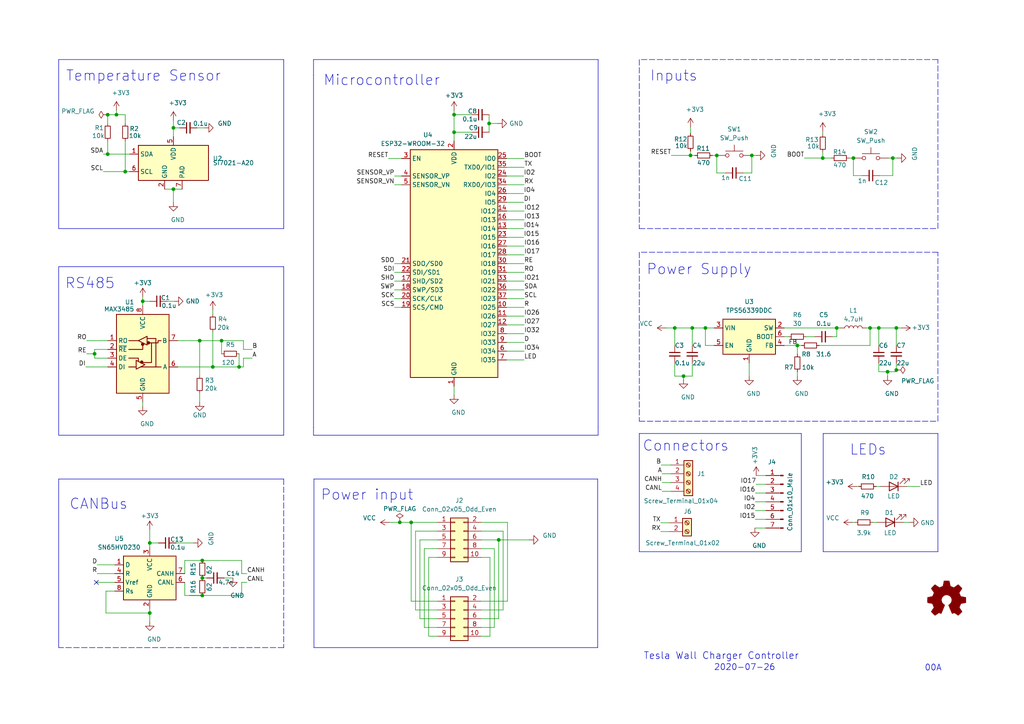
<source format=kicad_sch>
(kicad_sch (version 20200714) (host eeschema "(5.99.0-2318-gf1aa7e523)")
  (page 1 1)
  (paper "A4")
  (junction (at 27.432 102.616))
  (junction (at 31.242 33.274))
  (junction (at 31.242 44.704))
  (junction (at 33.782 33.274))
  (junction (at 36.322 49.784))
  (junction (at 41.402 87.376))
  (junction (at 43.434 157.48))
  (junction (at 43.434 177.8))
  (junction (at 50.292 37.084))
  (junction (at 50.292 54.864))
  (junction (at 57.912 98.806))
  (junction (at 58.674 162.56))
  (junction (at 58.674 167.64))
  (junction (at 58.674 172.72))
  (junction (at 61.722 106.426))
  (junction (at 64.262 98.806))
  (junction (at 69.342 106.426))
  (junction (at 115.951 151.511))
  (junction (at 119.253 151.511))
  (junction (at 131.699 33.274))
  (junction (at 131.699 38.354))
  (junction (at 141.859 35.814))
  (junction (at 144.653 156.591))
  (junction (at 195.707 95.123))
  (junction (at 198.247 109.093))
  (junction (at 200.279 45.085))
  (junction (at 200.787 95.123))
  (junction (at 204.597 95.123))
  (junction (at 207.899 45.085))
  (junction (at 218.059 45.085))
  (junction (at 231.267 100.203))
  (junction (at 238.633 45.847))
  (junction (at 242.697 95.123))
  (junction (at 247.523 45.847))
  (junction (at 252.349 95.123))
  (junction (at 254.889 95.123))
  (junction (at 257.429 107.823))
  (junction (at 258.953 45.847))
  (junction (at 259.969 95.123))
  (junction (at 259.969 107.315))
  (no_connect (at 27.94 168.91))
  (wire (pts (xy 24.892 106.426) (xy 31.242 106.426)))
  (wire (pts (xy 25.146 98.806) (xy 31.242 98.806)))
  (wire (pts (xy 25.146 102.616) (xy 27.432 102.616)))
  (wire (pts (xy 27.432 101.346) (xy 31.242 101.346)))
  (wire (pts (xy 27.432 102.616) (xy 27.432 101.346)))
  (wire (pts (xy 27.432 102.616) (xy 27.432 103.886)))
  (wire (pts (xy 27.432 103.886) (xy 31.242 103.886)))
  (wire (pts (xy 27.94 168.91) (xy 33.274 168.91)))
  (wire (pts (xy 28.194 163.83) (xy 33.274 163.83)))
  (wire (pts (xy 28.194 166.37) (xy 33.274 166.37)))
  (wire (pts (xy 29.972 44.704) (xy 31.242 44.704)))
  (wire (pts (xy 29.972 49.784) (xy 36.322 49.784)))
  (wire (pts (xy 30.734 171.45) (xy 30.734 177.8)))
  (wire (pts (xy 30.734 171.45) (xy 33.274 171.45)))
  (wire (pts (xy 30.734 177.8) (xy 43.434 177.8)))
  (wire (pts (xy 31.242 33.274) (xy 31.242 35.814)))
  (wire (pts (xy 31.242 33.274) (xy 33.782 33.274)))
  (wire (pts (xy 31.242 40.894) (xy 31.242 44.704)))
  (wire (pts (xy 31.242 44.704) (xy 37.592 44.704)))
  (wire (pts (xy 33.782 32.004) (xy 33.782 33.274)))
  (wire (pts (xy 33.782 33.274) (xy 36.322 33.274)))
  (wire (pts (xy 36.322 33.274) (xy 36.322 35.814)))
  (wire (pts (xy 36.322 40.894) (xy 36.322 49.784)))
  (wire (pts (xy 36.322 49.784) (xy 37.592 49.784)))
  (wire (pts (xy 41.402 86.106) (xy 41.402 87.376)))
  (wire (pts (xy 41.402 87.376) (xy 41.402 88.646)))
  (wire (pts (xy 41.402 87.376) (xy 43.434 87.376)))
  (wire (pts (xy 41.402 117.856) (xy 41.402 116.586)))
  (wire (pts (xy 43.434 153.67) (xy 43.434 157.48)))
  (wire (pts (xy 43.434 157.48) (xy 43.434 158.75)))
  (wire (pts (xy 43.434 157.48) (xy 45.974 157.48)))
  (wire (pts (xy 43.434 176.53) (xy 43.434 177.8)))
  (wire (pts (xy 43.434 177.8) (xy 43.434 180.34)))
  (wire (pts (xy 47.752 54.864) (xy 50.292 54.864)))
  (wire (pts (xy 48.514 87.376) (xy 50.546 87.376)))
  (wire (pts (xy 50.292 34.925) (xy 50.292 37.084)))
  (wire (pts (xy 50.292 37.084) (xy 50.292 39.624)))
  (wire (pts (xy 50.292 37.084) (xy 52.07 37.084)))
  (wire (pts (xy 50.292 54.864) (xy 50.292 58.674)))
  (wire (pts (xy 50.292 54.864) (xy 52.832 54.864)))
  (wire (pts (xy 51.054 157.48) (xy 56.134 157.48)))
  (wire (pts (xy 51.562 106.426) (xy 61.722 106.426)))
  (wire (pts (xy 53.594 162.56) (xy 58.674 162.56)))
  (wire (pts (xy 53.594 166.37) (xy 53.594 162.56)))
  (wire (pts (xy 53.594 168.91) (xy 53.594 172.72)))
  (wire (pts (xy 53.594 172.72) (xy 58.674 172.72)))
  (wire (pts (xy 54.864 172.72) (xy 58.674 172.72)))
  (wire (pts (xy 57.15 37.084) (xy 59.309 37.084)))
  (wire (pts (xy 57.912 98.806) (xy 51.562 98.806)))
  (wire (pts (xy 57.912 98.806) (xy 57.912 108.966)))
  (wire (pts (xy 57.912 98.806) (xy 64.262 98.806)))
  (wire (pts (xy 57.912 114.046) (xy 57.912 116.586)))
  (wire (pts (xy 58.674 162.56) (xy 70.104 162.56)))
  (wire (pts (xy 58.674 167.64) (xy 59.944 167.64)))
  (wire (pts (xy 58.674 172.72) (xy 70.104 172.72)))
  (wire (pts (xy 61.722 89.916) (xy 61.722 91.186)))
  (wire (pts (xy 61.722 96.266) (xy 61.722 106.426)))
  (wire (pts (xy 61.722 106.426) (xy 69.342 106.426)))
  (wire (pts (xy 64.262 98.806) (xy 64.262 102.616)))
  (wire (pts (xy 65.024 167.64) (xy 67.564 167.64)))
  (wire (pts (xy 69.342 102.616) (xy 69.342 106.426)))
  (wire (pts (xy 69.342 106.426) (xy 70.612 106.426)))
  (wire (pts (xy 70.104 162.56) (xy 70.104 166.37)))
  (wire (pts (xy 70.104 166.37) (xy 71.628 166.37)))
  (wire (pts (xy 70.104 168.91) (xy 71.628 168.91)))
  (wire (pts (xy 70.104 172.72) (xy 70.104 168.91)))
  (wire (pts (xy 70.612 98.806) (xy 64.262 98.806)))
  (wire (pts (xy 70.612 101.346) (xy 70.612 98.806)))
  (wire (pts (xy 70.612 101.346) (xy 73.152 101.346)))
  (wire (pts (xy 70.612 103.886) (xy 70.612 106.426)))
  (wire (pts (xy 70.612 103.886) (xy 73.152 103.886)))
  (wire (pts (xy 112.649 45.974) (xy 116.459 45.974)))
  (wire (pts (xy 112.903 151.511) (xy 115.951 151.511)))
  (wire (pts (xy 114.427 51.054) (xy 116.459 51.054)))
  (wire (pts (xy 114.427 53.594) (xy 116.459 53.594)))
  (wire (pts (xy 114.427 76.454) (xy 116.459 76.454)))
  (wire (pts (xy 114.427 78.994) (xy 116.459 78.994)))
  (wire (pts (xy 114.427 81.534) (xy 116.459 81.534)))
  (wire (pts (xy 114.427 84.074) (xy 116.459 84.074)))
  (wire (pts (xy 114.427 86.614) (xy 116.459 86.614)))
  (wire (pts (xy 114.427 89.154) (xy 116.459 89.154)))
  (wire (pts (xy 115.951 151.511) (xy 119.253 151.511)))
  (wire (pts (xy 119.253 151.511) (xy 119.253 174.371)))
  (wire (pts (xy 119.253 151.511) (xy 126.873 151.511)))
  (wire (pts (xy 119.253 174.371) (xy 126.873 174.371)))
  (wire (pts (xy 120.523 154.051) (xy 120.523 176.911)))
  (wire (pts (xy 120.523 176.911) (xy 126.873 176.911)))
  (wire (pts (xy 121.793 156.591) (xy 121.793 179.451)))
  (wire (pts (xy 121.793 179.451) (xy 126.873 179.451)))
  (wire (pts (xy 123.063 159.131) (xy 123.063 181.991)))
  (wire (pts (xy 123.063 181.991) (xy 126.873 181.991)))
  (wire (pts (xy 124.333 161.671) (xy 124.333 184.531)))
  (wire (pts (xy 124.333 184.531) (xy 126.873 184.531)))
  (wire (pts (xy 126.873 154.051) (xy 120.523 154.051)))
  (wire (pts (xy 126.873 156.591) (xy 121.793 156.591)))
  (wire (pts (xy 126.873 159.131) (xy 123.063 159.131)))
  (wire (pts (xy 126.873 161.671) (xy 124.333 161.671)))
  (wire (pts (xy 131.699 32.004) (xy 131.699 33.274)))
  (wire (pts (xy 131.699 33.274) (xy 131.699 38.354)))
  (wire (pts (xy 131.699 33.274) (xy 136.779 33.274)))
  (wire (pts (xy 131.699 38.354) (xy 131.699 40.894)))
  (wire (pts (xy 131.699 38.354) (xy 136.779 38.354)))
  (wire (pts (xy 131.699 112.014) (xy 131.699 114.554)))
  (wire (pts (xy 139.573 151.511) (xy 147.193 151.511)))
  (wire (pts (xy 139.573 154.051) (xy 145.923 154.051)))
  (wire (pts (xy 139.573 156.591) (xy 144.653 156.591)))
  (wire (pts (xy 139.573 159.131) (xy 143.383 159.131)))
  (wire (pts (xy 139.573 161.671) (xy 142.113 161.671)))
  (wire (pts (xy 139.573 174.371) (xy 147.193 174.371)))
  (wire (pts (xy 139.573 176.911) (xy 145.923 176.911)))
  (wire (pts (xy 139.573 179.451) (xy 144.653 179.451)))
  (wire (pts (xy 139.573 181.991) (xy 143.383 181.991)))
  (wire (pts (xy 139.573 184.531) (xy 142.113 184.531)))
  (wire (pts (xy 141.859 33.274) (xy 141.859 35.814)))
  (wire (pts (xy 141.859 35.814) (xy 141.859 38.354)))
  (wire (pts (xy 141.859 35.814) (xy 144.399 35.814)))
  (wire (pts (xy 142.113 184.531) (xy 142.113 161.671)))
  (wire (pts (xy 143.383 181.991) (xy 143.383 159.131)))
  (wire (pts (xy 144.653 156.591) (xy 153.543 156.591)))
  (wire (pts (xy 144.653 179.451) (xy 144.653 156.591)))
  (wire (pts (xy 145.923 176.911) (xy 145.923 154.051)))
  (wire (pts (xy 146.939 45.974) (xy 152.019 45.974)))
  (wire (pts (xy 146.939 48.514) (xy 152.019 48.514)))
  (wire (pts (xy 146.939 51.054) (xy 151.892 51.054)))
  (wire (pts (xy 146.939 53.594) (xy 152.019 53.594)))
  (wire (pts (xy 146.939 56.134) (xy 151.892 56.134)))
  (wire (pts (xy 146.939 58.674) (xy 151.892 58.674)))
  (wire (pts (xy 146.939 61.214) (xy 152.019 61.214)))
  (wire (pts (xy 146.939 63.754) (xy 152.019 63.754)))
  (wire (pts (xy 146.939 66.294) (xy 151.892 66.294)))
  (wire (pts (xy 146.939 68.834) (xy 151.892 68.834)))
  (wire (pts (xy 146.939 71.374) (xy 152.019 71.374)))
  (wire (pts (xy 146.939 73.914) (xy 152.019 73.914)))
  (wire (pts (xy 146.939 76.454) (xy 152.019 76.454)))
  (wire (pts (xy 146.939 78.994) (xy 152.019 78.994)))
  (wire (pts (xy 146.939 81.534) (xy 152.019 81.534)))
  (wire (pts (xy 146.939 84.074) (xy 152.019 84.074)))
  (wire (pts (xy 146.939 86.614) (xy 152.019 86.614)))
  (wire (pts (xy 146.939 89.154) (xy 152.019 89.154)))
  (wire (pts (xy 146.939 91.694) (xy 152.019 91.694)))
  (wire (pts (xy 146.939 94.234) (xy 152.019 94.234)))
  (wire (pts (xy 146.939 96.774) (xy 152.019 96.774)))
  (wire (pts (xy 146.939 99.314) (xy 152.019 99.314)))
  (wire (pts (xy 146.939 101.854) (xy 152.019 101.854)))
  (wire (pts (xy 146.939 104.394) (xy 152.019 104.394)))
  (wire (pts (xy 147.193 151.511) (xy 147.193 174.371)))
  (wire (pts (xy 191.643 151.638) (xy 194.183 151.638)))
  (wire (pts (xy 191.643 154.178) (xy 194.183 154.178)))
  (wire (pts (xy 191.77 134.874) (xy 194.564 134.874)))
  (wire (pts (xy 192.024 137.414) (xy 194.564 137.414)))
  (wire (pts (xy 192.024 139.954) (xy 194.564 139.954)))
  (wire (pts (xy 192.024 142.494) (xy 194.564 142.494)))
  (wire (pts (xy 194.691 45.085) (xy 200.279 45.085)))
  (wire (pts (xy 195.707 95.123) (xy 193.167 95.123)))
  (wire (pts (xy 195.707 95.123) (xy 195.707 100.203)))
  (wire (pts (xy 195.707 95.123) (xy 200.787 95.123)))
  (wire (pts (xy 195.707 105.283) (xy 195.707 109.093)))
  (wire (pts (xy 195.707 109.093) (xy 198.247 109.093)))
  (wire (pts (xy 198.247 109.093) (xy 198.247 110.109)))
  (wire (pts (xy 200.279 36.83) (xy 200.279 38.735)))
  (wire (pts (xy 200.279 43.815) (xy 200.279 45.085)))
  (wire (pts (xy 200.279 45.085) (xy 201.549 45.085)))
  (wire (pts (xy 200.787 95.123) (xy 200.787 100.203)))
  (wire (pts (xy 200.787 95.123) (xy 204.597 95.123)))
  (wire (pts (xy 200.787 109.093) (xy 198.247 109.093)))
  (wire (pts (xy 200.787 109.093) (xy 200.787 105.283)))
  (wire (pts (xy 204.597 95.123) (xy 204.597 100.203)))
  (wire (pts (xy 204.597 95.123) (xy 207.137 95.123)))
  (wire (pts (xy 204.597 100.203) (xy 207.137 100.203)))
  (wire (pts (xy 207.899 45.085) (xy 206.629 45.085)))
  (wire (pts (xy 207.899 45.085) (xy 207.899 50.165)))
  (wire (pts (xy 207.899 50.165) (xy 210.439 50.165)))
  (wire (pts (xy 215.519 50.165) (xy 218.059 50.165)))
  (wire (pts (xy 217.297 105.283) (xy 217.297 109.093)))
  (wire (pts (xy 218.059 45.085) (xy 219.329 45.085)))
  (wire (pts (xy 218.059 50.165) (xy 218.059 45.085)))
  (wire (pts (xy 218.948 153.162) (xy 222.123 153.162)))
  (wire (pts (xy 219.075 143.002) (xy 222.123 143.002)))
  (wire (pts (xy 219.075 145.542) (xy 222.123 145.542)))
  (wire (pts (xy 219.075 148.082) (xy 222.123 148.082)))
  (wire (pts (xy 219.075 150.622) (xy 222.123 150.622)))
  (wire (pts (xy 219.329 137.922) (xy 222.123 137.922)))
  (wire (pts (xy 219.329 140.462) (xy 222.123 140.462)))
  (wire (pts (xy 227.457 95.123) (xy 242.697 95.123)))
  (wire (pts (xy 227.457 97.663) (xy 228.727 97.663)))
  (wire (pts (xy 227.457 100.203) (xy 231.267 100.203)))
  (wire (pts (xy 231.267 100.203) (xy 231.267 102.743)))
  (wire (pts (xy 231.267 100.203) (xy 232.537 100.203)))
  (wire (pts (xy 231.267 107.823) (xy 231.267 109.093)))
  (wire (pts (xy 233.299 45.847) (xy 238.633 45.847)))
  (wire (pts (xy 233.807 97.663) (xy 236.347 97.663)))
  (wire (pts (xy 237.617 100.203) (xy 252.349 100.203)))
  (wire (pts (xy 238.633 38.1) (xy 238.633 38.989)))
  (wire (pts (xy 238.633 44.069) (xy 238.633 45.847)))
  (wire (pts (xy 238.633 45.847) (xy 241.173 45.847)))
  (wire (pts (xy 241.427 97.663) (xy 242.697 97.663)))
  (wire (pts (xy 242.697 95.123) (xy 242.697 97.663)))
  (wire (pts (xy 242.697 95.123) (xy 243.713 95.123)))
  (wire (pts (xy 247.269 151.511) (xy 248.031 151.511)))
  (wire (pts (xy 247.523 45.847) (xy 246.253 45.847)))
  (wire (pts (xy 247.523 45.847) (xy 247.523 50.927)))
  (wire (pts (xy 247.523 50.927) (xy 250.063 50.927)))
  (wire (pts (xy 248.539 141.097) (xy 249.047 141.097)))
  (wire (pts (xy 251.333 95.123) (xy 252.349 95.123)))
  (wire (pts (xy 252.349 95.123) (xy 254.889 95.123)))
  (wire (pts (xy 252.349 100.203) (xy 252.349 95.123)))
  (wire (pts (xy 253.111 151.511) (xy 254.381 151.511)))
  (wire (pts (xy 254.127 141.097) (xy 255.397 141.097)))
  (wire (pts (xy 254.889 95.123) (xy 254.889 100.203)))
  (wire (pts (xy 254.889 95.123) (xy 259.969 95.123)))
  (wire (pts (xy 254.889 105.283) (xy 254.889 107.823)))
  (wire (pts (xy 254.889 107.823) (xy 257.429 107.823)))
  (wire (pts (xy 255.143 50.927) (xy 258.953 50.927)))
  (wire (pts (xy 257.429 107.823) (xy 257.429 109.093)))
  (wire (pts (xy 257.429 107.823) (xy 259.969 107.823)))
  (wire (pts (xy 257.683 45.847) (xy 258.953 45.847)))
  (wire (pts (xy 258.953 45.847) (xy 260.223 45.847)))
  (wire (pts (xy 258.953 50.927) (xy 258.953 45.847)))
  (wire (pts (xy 259.969 95.123) (xy 259.969 100.203)))
  (wire (pts (xy 259.969 95.123) (xy 261.493 95.123)))
  (wire (pts (xy 259.969 105.283) (xy 259.969 107.315)))
  (wire (pts (xy 259.969 107.315) (xy 259.969 107.823)))
  (wire (pts (xy 262.001 151.511) (xy 263.779 151.511)))
  (wire (pts (xy 263.017 141.097) (xy 266.827 141.097)))
  (polyline (pts (xy 17.018 17.272) (xy 17.018 66.294)) (stroke (width 0) (type solid)))
  (polyline (pts (xy 17.018 66.294) (xy 82.296 66.294)) (stroke (width 0) (type solid)))
  (polyline (pts (xy 17.018 77.343) (xy 17.018 126.238)) (stroke (width 0) (type solid)))
  (polyline (pts (xy 17.018 77.343) (xy 82.296 77.343)) (stroke (width 0) (type solid)))
  (polyline (pts (xy 17.018 138.938) (xy 82.296 138.938)) (stroke (width 0) (type solid)))
  (polyline (pts (xy 17.018 187.833) (xy 17.018 138.938)) (stroke (width 0) (type solid)))
  (polyline (pts (xy 82.296 17.272) (xy 17.018 17.272)) (stroke (width 0) (type solid)))
  (polyline (pts (xy 82.296 66.294) (xy 82.296 17.272)) (stroke (width 0) (type solid)))
  (polyline (pts (xy 82.296 77.343) (xy 82.296 126.238)) (stroke (width 0) (type solid)))
  (polyline (pts (xy 82.296 126.238) (xy 17.018 126.238)) (stroke (width 0) (type solid)))
  (polyline (pts (xy 82.296 138.938) (xy 82.296 187.833)) (stroke (width 0.152) (type dash)))
  (polyline (pts (xy 82.296 187.833) (xy 17.018 187.833)) (stroke (width 0.152) (type dash)))
  (polyline (pts (xy 90.932 17.272) (xy 90.932 21.844)) (stroke (width 0) (type solid)))
  (polyline (pts (xy 90.932 17.272) (xy 173.482 17.272)) (stroke (width 0) (type solid)))
  (polyline (pts (xy 90.932 123.952) (xy 90.932 21.844)) (stroke (width 0) (type solid)))
  (polyline (pts (xy 90.932 126.238) (xy 90.932 123.952)) (stroke (width 0) (type solid)))
  (polyline (pts (xy 90.932 126.238) (xy 173.482 126.238)) (stroke (width 0) (type solid)))
  (polyline (pts (xy 91.059 138.938) (xy 91.059 187.833)) (stroke (width 0) (type solid)))
  (polyline (pts (xy 91.059 138.938) (xy 173.355 138.938)) (stroke (width 0) (type solid)))
  (polyline (pts (xy 173.355 138.938) (xy 173.355 187.833)) (stroke (width 0) (type solid)))
  (polyline (pts (xy 173.355 187.833) (xy 91.059 187.833)) (stroke (width 0.152) (type solid)))
  (polyline (pts (xy 173.482 17.272) (xy 173.482 123.952)) (stroke (width 0) (type solid)))
  (polyline (pts (xy 173.482 126.238) (xy 173.482 123.952)) (stroke (width 0) (type solid)))
  (polyline (pts (xy 185.42 17.272) (xy 185.42 66.294)) (stroke (width 0.152) (type dash)))
  (polyline (pts (xy 185.42 66.294) (xy 272.034 66.294)) (stroke (width 0.152) (type dash)))
  (polyline (pts (xy 185.42 73.152) (xy 185.42 122.174)) (stroke (width 0.152) (type dash)))
  (polyline (pts (xy 185.42 122.174) (xy 272.034 122.174)) (stroke (width 0.152) (type dash)))
  (polyline (pts (xy 185.42 125.73) (xy 185.42 160.02)) (stroke (width 0) (type solid)))
  (polyline (pts (xy 185.42 125.73) (xy 232.41 125.73)) (stroke (width 0) (type solid)))
  (polyline (pts (xy 185.42 160.02) (xy 232.41 160.02)) (stroke (width 0) (type solid)))
  (polyline (pts (xy 232.41 160.02) (xy 232.41 125.73)) (stroke (width 0) (type solid)))
  (polyline (pts (xy 238.76 125.73) (xy 238.76 160.02)) (stroke (width 0) (type solid)))
  (polyline (pts (xy 238.76 125.73) (xy 272.034 125.73)) (stroke (width 0) (type solid)))
  (polyline (pts (xy 238.76 160.02) (xy 272.034 160.02)) (stroke (width 0) (type solid)))
  (polyline (pts (xy 272.034 17.272) (xy 185.42 17.272)) (stroke (width 0.152) (type dash)))
  (polyline (pts (xy 272.034 66.294) (xy 272.034 17.272)) (stroke (width 0.152) (type dash)))
  (polyline (pts (xy 272.034 73.152) (xy 185.42 73.152)) (stroke (width 0.152) (type dash)))
  (polyline (pts (xy 272.034 122.174) (xy 272.034 73.152)) (stroke (width 0.152) (type dash)))
  (polyline (pts (xy 272.034 160.02) (xy 272.034 125.73)) (stroke (width 0) (type solid)))
  (text "RS485" (at 18.796 84.074 0) (effects (font (size 2.9972 2.9972)) (justify left bottom)))
  (text "Temperature Sensor" (at 19.05 23.876 0) (effects (font (size 2.997 2.997)) (justify left bottom)))
  (text "CANBus" (at 20.066 148.082 0) (effects (font (size 2.997 2.997)) (justify left bottom)))
  (text "Power input" (at 92.964 145.415 0) (effects (font (size 2.997 2.997)) (justify left bottom)))
  (text "Microcontroller" (at 93.726 25.146 0) (effects (font (size 2.997 2.997)) (justify left bottom)))
  (text "Connectors" (at 186.309 131.191 0) (effects (font (size 2.997 2.997)) (justify left bottom)))
  (text "Power Supply" (at 187.452 80.01 0) (effects (font (size 2.997 2.997)) (justify left bottom)))
  (text "Inputs" (at 188.468 23.876 0) (effects (font (size 2.997 2.997)) (justify left bottom)))
  (text "2020-07-26" (at 224.917 194.691 180) (effects (font (size 1.75 1.75)) (justify right bottom)))
  (text "Tesla Wall Charger Controller" (at 231.775 191.516 180) (effects (font (size 2 2)) (justify right bottom)))
  (text "LEDs" (at 246.38 132.334 0) (effects (font (size 2.997 2.997)) (justify left bottom)))
  (text "00A" (at 273.177 194.818 180) (effects (font (size 1.75 1.75)) (justify right bottom)))
  (label "DI" (at 24.892 106.426 180))
  (label "RO" (at 25.146 98.806 180))
  (label "RE" (at 25.146 102.616 180))
  (label "D" (at 28.194 163.83 180))
  (label "R" (at 28.194 166.37 180))
  (label "SDA" (at 29.972 44.704 180))
  (label "SCL" (at 29.972 49.784 180))
  (label "CANH" (at 71.628 166.37 0))
  (label "CANL" (at 71.628 168.91 0))
  (label "B" (at 73.152 101.346 0))
  (label "A" (at 73.152 103.886 0))
  (label "RESET" (at 112.649 45.974 180))
  (label "SENSOR_VP" (at 114.427 51.054 180))
  (label "SENSOR_VN" (at 114.427 53.594 180))
  (label "SDO" (at 114.427 76.454 180))
  (label "SDI" (at 114.427 78.994 180))
  (label "SHD" (at 114.427 81.534 180))
  (label "SWP" (at 114.427 84.074 180))
  (label "SCK" (at 114.427 86.614 180))
  (label "SCS" (at 114.427 89.154 180))
  (label "IO2" (at 151.892 51.054 0))
  (label "IO4" (at 151.892 56.134 0))
  (label "DI" (at 151.892 58.674 0))
  (label "IO14" (at 151.892 66.294 0))
  (label "IO15" (at 151.892 68.834 0))
  (label "BOOT" (at 152.019 45.974 0))
  (label "TX" (at 152.019 48.514 0))
  (label "RX" (at 152.019 53.594 0))
  (label "IO12" (at 152.019 61.214 0))
  (label "IO13" (at 152.019 63.754 0))
  (label "IO16" (at 152.019 71.374 0))
  (label "IO17" (at 152.019 73.914 0))
  (label "RE" (at 152.019 76.454 0))
  (label "RO" (at 152.019 78.994 0))
  (label "IO21" (at 152.019 81.534 0))
  (label "SDA" (at 152.019 84.074 0))
  (label "SCL" (at 152.019 86.614 0))
  (label "R" (at 152.019 89.154 0))
  (label "IO26" (at 152.019 91.694 0))
  (label "IO27" (at 152.019 94.234 0))
  (label "IO32" (at 152.019 96.774 0))
  (label "D" (at 152.019 99.314 0))
  (label "IO34" (at 152.019 101.854 0))
  (label "LED" (at 152.019 104.394 0))
  (label "TX" (at 191.643 151.638 180))
  (label "RX" (at 191.643 154.178 180))
  (label "B" (at 191.77 134.874 180))
  (label "A" (at 192.024 137.414 180))
  (label "CANH" (at 192.024 139.954 180))
  (label "CANL" (at 192.024 142.494 180))
  (label "RESET" (at 194.691 45.085 180))
  (label "IO16" (at 219.075 143.002 180))
  (label "IO4" (at 219.075 145.542 180))
  (label "IO2" (at 219.075 148.082 180))
  (label "IO15" (at 219.075 150.622 180))
  (label "IO17" (at 219.329 140.462 180))
  (label "FB" (at 231.267 100.203 180))
  (label "BOOT" (at 233.299 45.847 180))
  (label "LED" (at 266.827 141.097 0))
  (symbol (lib_id "power:PWR_FLAG") (at 31.242 33.274 90) (unit 1)
    (property "Reference" "#FLG0103" (effects hide))
    (property "Value" "PWR_FLAG" (at 27.432 32.258 90) (effects (justify left)))
  )
  (symbol (lib_id "power:PWR_FLAG") (at 115.951 151.511 0) (unit 1)
    (property "Reference" "#FLG0101" (effects hide))
    (property "Value" "PWR_FLAG" (at 115.951 147.574 0))
  )
  (symbol (lib_id "power:PWR_FLAG") (at 259.969 107.315 270) (unit 1)
    (property "Reference" "#FLG0102" (effects hide))
    (property "Value" "PWR_FLAG" (at 261.366 110.49 90) (effects (justify left)))
  )
  (symbol (lib_id "power:+3V3") (at 33.782 32.004 0) (unit 1)
    (property "Reference" "#PWR0106" (effects hide))
    (property "Value" "+3V3" (at 35.052 26.924 0))
  )
  (symbol (lib_id "power:+3V3") (at 41.402 86.106 0) (unit 1)
    (property "Reference" "#PWR0107" (effects hide))
    (property "Value" "+3V3" (at 41.402 82.042 0))
  )
  (symbol (lib_id "power:+3V3") (at 43.434 153.67 0) (unit 1)
    (property "Reference" "#PWR0131" (effects hide))
    (property "Value" "+3V3" (at 43.434 149.606 0))
  )
  (symbol (lib_id "power:+3V3") (at 50.292 34.925 0) (unit 1)
    (property "Reference" "#PWR0109" (effects hide))
    (property "Value" "+3V3" (at 51.562 29.845 0))
  )
  (symbol (lib_id "power:+3V3") (at 61.722 89.916 0) (unit 1)
    (property "Reference" "#PWR0112" (effects hide))
    (property "Value" "+3V3" (at 62.103 85.5218 0))
  )
  (symbol (lib_id "power:VCC") (at 112.903 151.511 90) (unit 1)
    (property "Reference" "#PWR0125" (effects hide))
    (property "Value" "VCC" (at 109.093 150.241 90) (effects (justify left)))
  )
  (symbol (lib_id "power:+3V3") (at 131.699 32.004 0) (unit 1)
    (property "Reference" "#PWR0115" (effects hide))
    (property "Value" "+3V3" (at 131.699 27.686 0))
  )
  (symbol (lib_id "power:VCC") (at 193.167 95.123 90) (unit 1)
    (property "Reference" "#PWR0101" (effects hide))
    (property "Value" "VCC" (at 189.357 93.853 90) (effects (justify left)))
  )
  (symbol (lib_id "power:+3V3") (at 200.279 36.83 0) (unit 1)
    (property "Reference" "#PWR0127" (effects hide))
    (property "Value" "+3V3" (at 201.549 31.75 0))
  )
  (symbol (lib_id "power:+3V3") (at 219.329 137.922 0) (unit 1)
    (property "Reference" "#PWR0126" (effects hide))
    (property "Value" "+3V3" (at 218.948 134.747 90) (effects (justify left)))
  )
  (symbol (lib_id "power:+3V3") (at 238.633 38.1 0) (unit 1)
    (property "Reference" "#PWR0117" (effects hide))
    (property "Value" "+3V3" (at 239.903 33.02 0))
  )
  (symbol (lib_id "power:VCC") (at 247.269 151.511 90) (unit 1)
    (property "Reference" "#PWR0121" (effects hide))
    (property "Value" "VCC" (at 243.459 150.241 90) (effects (justify left)))
  )
  (symbol (lib_id "power:+3V3") (at 248.539 141.097 90) (unit 1)
    (property "Reference" "#PWR0122" (effects hide))
    (property "Value" "+3V3" (at 244.729 139.827 90) (effects (justify left)))
  )
  (symbol (lib_id "power:+3V3") (at 261.493 95.123 270) (unit 1)
    (property "Reference" "#PWR0120" (effects hide))
    (property "Value" "+3V3" (at 264.414 94.996 90) (effects (justify left)))
  )
  (symbol (lib_id "Device:L") (at 247.523 95.123 90) (unit 1)
    (property "Reference" "L1" (at 247.523 90.043 90))
    (property "Value" "4.7uH" (at 247.523 92.583 90))
    (property "Footprint" "Inductor_SMD:L_Taiyo-Yuden_NR-40xx" (effects hide))
    (property "Field4" "IFSC1008ABER4R7M01" (effects hide))
  )
  (symbol (lib_id "power:GND") (at 41.402 117.856 0) (unit 1)
    (property "Reference" "#PWR0113" (effects hide))
    (property "Value" "GND" (at 42.672 122.936 0))
  )
  (symbol (lib_id "power:GND") (at 43.434 180.34 0) (unit 1)
    (property "Reference" "#PWR0130" (effects hide))
    (property "Value" "GND" (at 44.704 185.42 0))
  )
  (symbol (lib_id "power:GND") (at 50.292 58.674 0) (unit 1)
    (property "Reference" "#PWR0105" (effects hide))
    (property "Value" "GND" (at 51.562 63.754 0))
  )
  (symbol (lib_id "power:GND") (at 50.546 87.376 90) (unit 1)
    (property "Reference" "#PWR0108" (effects hide))
    (property "Value" "GND" (at 53.848 87.376 90) (effects (justify right)))
  )
  (symbol (lib_id "power:GND") (at 56.134 157.48 90) (unit 1)
    (property "Reference" "#PWR0129" (effects hide))
    (property "Value" "GND" (at 61.214 156.21 0))
  )
  (symbol (lib_id "power:GND") (at 57.912 116.586 0) (unit 1)
    (property "Reference" "#PWR0111" (effects hide))
    (property "Value" "GND" (at 57.912 120.396 0))
  )
  (symbol (lib_id "power:GND") (at 59.309 37.084 90) (unit 1)
    (property "Reference" "#PWR0110" (effects hide))
    (property "Value" "GND" (at 63.119 35.814 90) (effects (justify right)))
  )
  (symbol (lib_id "power:GND") (at 67.564 167.64 0) (unit 1)
    (property "Reference" "#PWR0132" (effects hide))
    (property "Value" "GND" (at 68.834 172.72 0))
  )
  (symbol (lib_id "power:GND") (at 131.699 114.554 0) (unit 1)
    (property "Reference" "#PWR0123" (effects hide))
    (property "Value" "GND" (at 132.969 119.634 0))
  )
  (symbol (lib_id "power:GND") (at 144.399 35.814 90) (unit 1)
    (property "Reference" "#PWR0116" (effects hide))
    (property "Value" "GND" (at 147.701 35.814 90) (effects (justify right)))
  )
  (symbol (lib_id "power:GND") (at 153.543 156.591 90) (unit 1)
    (property "Reference" "#PWR0128" (effects hide))
    (property "Value" "GND" (at 157.353 155.321 90) (effects (justify right)))
  )
  (symbol (lib_id "power:GND") (at 198.247 110.109 0) (unit 1)
    (property "Reference" "#PWR0102" (effects hide))
    (property "Value" "GND" (at 199.517 115.189 0))
  )
  (symbol (lib_id "power:GND") (at 217.297 109.093 0) (unit 1)
    (property "Reference" "#PWR0103" (effects hide))
    (property "Value" "GND" (at 218.567 114.173 0))
  )
  (symbol (lib_id "power:GND") (at 218.948 153.162 0) (unit 1)
    (property "Reference" "#PWR0133" (effects hide))
    (property "Value" "GND" (at 220.218 158.242 0))
  )
  (symbol (lib_id "power:GND") (at 219.329 45.085 90) (unit 1)
    (property "Reference" "#PWR0118" (effects hide))
    (property "Value" "GND" (at 224.409 43.815 0))
  )
  (symbol (lib_id "power:GND") (at 231.267 109.093 0) (unit 1)
    (property "Reference" "#PWR0104" (effects hide))
    (property "Value" "GND" (at 232.537 114.173 0))
  )
  (symbol (lib_id "power:GND") (at 257.429 109.093 0) (unit 1)
    (property "Reference" "#PWR0114" (effects hide))
    (property "Value" "GND" (at 258.699 114.173 0))
  )
  (symbol (lib_id "power:GND") (at 260.223 45.847 90) (unit 1)
    (property "Reference" "#PWR0119" (effects hide))
    (property "Value" "GND" (at 265.303 44.577 0))
  )
  (symbol (lib_id "power:GND") (at 263.779 151.511 90) (unit 1)
    (property "Reference" "#PWR0124" (effects hide))
    (property "Value" "GND" (at 266.954 151.638 90) (effects (justify right)))
  )
  (symbol (lib_name "Device:R_Small_8") (lib_id "Device:R_Small") (at 31.242 38.354 0) (unit 1)
    (property "Reference" "R1" (at 27.432 37.084 0) (effects (justify left)))
    (property "Value" "10k" (at 26.67 39.37 0) (effects (justify left)))
    (property "Footprint" "Capacitor_SMD:C_0603_1608Metric" (effects hide))
  )
  (symbol (lib_name "Device:R_Small_7") (lib_id "Device:R_Small") (at 36.322 38.354 0) (unit 1)
    (property "Reference" "R2" (at 37.592 37.338 0) (effects (justify left)))
    (property "Value" "10k" (at 37.338 39.37 0) (effects (justify left)))
    (property "Footprint" "Capacitor_SMD:C_0603_1608Metric" (effects hide))
  )
  (symbol (lib_name "Device:R_Small_2") (lib_id "Device:R_Small") (at 57.912 111.506 0) (unit 1)
    (property "Reference" "R3" (at 59.4106 110.3376 0) (effects (justify left)))
    (property "Value" "20k" (at 59.4106 112.649 0) (effects (justify left)))
    (property "Footprint" "Resistor_SMD:R_0603_1608Metric" (effects hide))
  )
  (symbol (lib_name "Device:R_Small_12") (lib_id "Device:R_Small") (at 58.674 165.1 0) (unit 1)
    (property "Reference" "R15" (at 56.0324 165.1 90))
    (property "Value" "62" (at 60.706 166.624 90) (effects (justify left)))
    (property "Footprint" "Resistor_SMD:R_0603_1608Metric" (effects hide))
  )
  (symbol (lib_name "Device:R_Small_12") (lib_id "Device:R_Small") (at 58.674 170.18 0) (unit 1)
    (property "Reference" "R16" (at 56.0324 170.18 90))
    (property "Value" "62" (at 60.706 171.577 90) (effects (justify left)))
    (property "Footprint" "Resistor_SMD:R_0603_1608Metric" (effects hide))
  )
  (symbol (lib_name "Device:R_Small_11") (lib_id "Device:R_Small") (at 61.722 93.726 0) (unit 1)
    (property "Reference" "R4" (at 63.2206 92.5576 0) (effects (justify left)))
    (property "Value" "20k" (at 62.992 94.996 0) (effects (justify left)))
    (property "Footprint" "Resistor_SMD:R_0603_1608Metric" (effects hide))
  )
  (symbol (lib_name "Device:R_Small_12") (lib_id "Device:R_Small") (at 66.802 102.616 270) (unit 1)
    (property "Reference" "R5" (at 66.802 99.9744 90))
    (property "Value" "120" (at 64.262 105.156 90) (effects (justify left)))
    (property "Footprint" "Resistor_SMD:R_0603_1608Metric" (effects hide))
  )
  (symbol (lib_name "Device:R_Small_3") (lib_id "Device:R_Small") (at 200.279 41.275 0) (unit 1)
    (property "Reference" "R11" (at 203.962 43.053 0))
    (property "Value" "10k" (at 197.612 42.291 0))
    (property "Footprint" "Capacitor_SMD:C_0603_1608Metric" (effects hide))
  )
  (symbol (lib_name "Device:R_Small_6") (lib_id "Device:R_Small") (at 204.089 45.085 90) (unit 1)
    (property "Reference" "R12" (at 199.39 40.386 90) (effects (justify left)))
    (property "Value" "470" (at 205.994 47.244 90) (effects (justify left)))
    (property "Footprint" "Capacitor_SMD:C_0603_1608Metric" (effects hide))
  )
  (symbol (lib_name "Device:R_Small_1") (lib_id "Device:R_Small") (at 231.267 97.663 90) (unit 1)
    (property "Reference" "R6" (at 231.267 91.313 90))
    (property "Value" "30" (at 231.267 93.853 90))
    (property "Footprint" "Capacitor_SMD:C_0603_1608Metric" (effects hide))
  )
  (symbol (lib_id "Device:R_Small") (at 231.267 105.283 0) (unit 1)
    (property "Reference" "R7" (at 227.457 106.553 0) (effects (justify left)))
    (property "Value" "10k" (at 232.537 106.553 0) (effects (justify left)))
    (property "Footprint" "Capacitor_SMD:C_0603_1608Metric" (effects hide))
  )
  (symbol (lib_id "Device:R_Small") (at 235.077 100.203 90) (unit 1)
    (property "Reference" "R8" (at 233.807 102.743 90))
    (property "Value" "31.6" (at 238.887 102.743 90))
    (property "Footprint" "Capacitor_SMD:C_0603_1608Metric" (effects hide))
  )
  (symbol (lib_name "Device:R_Small_4") (lib_id "Device:R_Small") (at 238.633 41.529 0) (unit 1)
    (property "Reference" "R13" (at 233.553 40.513 0) (effects (justify left)))
    (property "Value" "10k" (at 234.061 42.418 0) (effects (justify left)))
    (property "Footprint" "Capacitor_SMD:C_0603_1608Metric" (effects hide))
  )
  (symbol (lib_name "Device:R_Small_5") (lib_id "Device:R_Small") (at 243.713 45.847 90) (unit 1)
    (property "Reference" "R14" (at 245.491 44.069 90) (effects (justify left)))
    (property "Value" "470" (at 245.491 47.879 90) (effects (justify left)))
    (property "Footprint" "Capacitor_SMD:C_0603_1608Metric" (effects hide))
  )
  (symbol (lib_name "Device:R_Small_10") (lib_id "Device:R_Small") (at 250.571 151.511 90) (unit 1)
    (property "Reference" "R9" (at 250.825 148.717 90))
    (property "Value" "3.9k" (at 250.571 154.559 90))
    (property "Footprint" "Capacitor_SMD:C_0603_1608Metric" (effects hide))
  )
  (symbol (lib_name "Device:R_Small_9") (lib_id "Device:R_Small") (at 251.587 141.097 90) (unit 1)
    (property "Reference" "R10" (at 251.841 138.303 90))
    (property "Value" "470" (at 251.587 143.891 90))
    (property "Footprint" "Capacitor_SMD:C_0603_1608Metric" (effects hide))
  )
  (symbol (lib_name "Device:C_Small_2") (lib_id "Device:C_Small") (at 45.974 87.376 90) (unit 1)
    (property "Reference" "C1" (at 48.006 86.36 90))
    (property "Value" "0.1u" (at 49.022 88.646 90))
    (property "Footprint" "Capacitor_SMD:C_0603_1608Metric" (effects hide))
  )
  (symbol (lib_name "Device:C_Small_2") (lib_id "Device:C_Small") (at 48.514 157.48 90) (unit 1)
    (property "Reference" "C13" (at 51.308 156.464 90))
    (property "Value" "0.1u" (at 51.562 158.75 90))
    (property "Footprint" "Capacitor_SMD:C_0603_1608Metric" (effects hide))
  )
  (symbol (lib_name "Device:C_Small_3") (lib_id "Device:C_Small") (at 54.61 37.084 90) (unit 1)
    (property "Reference" "C2" (at 52.578 35.56 90))
    (property "Value" "0.1u" (at 58.166 35.814 90))
    (property "Footprint" "Capacitor_SMD:C_0603_1608Metric" (effects hide))
  )
  (symbol (lib_name "Device:C_Small_2") (lib_id "Device:C_Small") (at 62.484 167.64 90) (unit 1)
    (property "Reference" "C14" (at 67.564 166.37 90))
    (property "Value" "4.7n" (at 65.532 168.91 90))
    (property "Footprint" "Capacitor_SMD:C_0603_1608Metric" (effects hide))
  )
  (symbol (lib_name "Device:C_Small_6") (lib_id "Device:C_Small") (at 139.319 33.274 90) (unit 1)
    (property "Reference" "C8" (at 137.033 32.258 90))
    (property "Value" "0.1u" (at 136.271 34.544 90))
    (property "Footprint" "Capacitor_SMD:C_0603_1608Metric" (effects hide))
  )
  (symbol (lib_name "Device:C_Small_5") (lib_id "Device:C_Small") (at 139.319 38.354 90) (unit 1)
    (property "Reference" "C9" (at 137.287 37.084 90))
    (property "Value" "22u" (at 136.525 39.624 90))
    (property "Footprint" "Capacitor_SMD:C_0805_2012Metric" (effects hide))
  )
  (symbol (lib_id "Device:C_Small") (at 195.707 102.743 0) (unit 1)
    (property "Reference" "C3" (at 195.707 100.203 0) (effects (justify left)))
    (property "Value" "0.1u" (at 195.707 105.283 0) (effects (justify left)))
    (property "Footprint" "Capacitor_SMD:C_0603_1608Metric" (effects hide))
  )
  (symbol (lib_id "Device:C_Small") (at 200.787 102.743 0) (unit 1)
    (property "Reference" "C4" (at 200.787 100.203 0) (effects (justify left)))
    (property "Value" "22u" (at 200.787 105.283 0) (effects (justify left)))
    (property "Footprint" "Capacitor_SMD:C_0805_2012Metric" (effects hide))
  )
  (symbol (lib_name "Device:C_Small_8") (lib_id "Device:C_Small") (at 212.979 50.165 270) (unit 1)
    (property "Reference" "C11" (at 216.154 51.816 90))
    (property "Value" "1n" (at 210.439 51.562 90))
    (property "Footprint" "Capacitor_SMD:C_0603_1608Metric" (effects hide))
  )
  (symbol (lib_id "Device:C_Small") (at 238.887 97.663 90) (unit 1)
    (property "Reference" "C5" (at 238.887 91.313 90))
    (property "Value" "0.1u" (at 238.887 93.853 90))
    (property "Footprint" "Capacitor_SMD:C_0603_1608Metric" (effects hide))
  )
  (symbol (lib_name "Device:C_Small_7") (lib_id "Device:C_Small") (at 252.603 50.927 270) (unit 1)
    (property "Reference" "C12" (at 255.651 52.959 90))
    (property "Value" "1n" (at 250.063 52.451 90))
    (property "Footprint" "Capacitor_SMD:C_0603_1608Metric" (effects hide))
  )
  (symbol (lib_id "Device:C_Small") (at 254.889 102.743 0) (unit 1)
    (property "Reference" "C6" (at 254.889 100.203 0) (effects (justify left)))
    (property "Value" "22u" (at 254.889 105.283 0) (effects (justify left)))
    (property "Footprint" "Capacitor_SMD:C_0805_2012Metric" (effects hide))
  )
  (symbol (lib_id "Device:C_Small") (at 259.969 102.743 0) (unit 1)
    (property "Reference" "C7" (at 259.969 100.203 0) (effects (justify left)))
    (property "Value" "22u" (at 259.969 105.283 0) (effects (justify left)))
    (property "Footprint" "Capacitor_SMD:C_0805_2012Metric" (effects hide))
  )
  (symbol (lib_id "Device:LED") (at 258.191 151.511 180) (unit 1)
    (property "Reference" "D1" (at 257.937 148.717 0))
    (property "Value" "LED" (at 258.191 154.559 0))
    (property "Footprint" "Capacitor_SMD:C_0603_1608Metric" (effects hide))
  )
  (symbol (lib_id "Device:LED") (at 259.207 141.097 180) (unit 1)
    (property "Reference" "D2" (at 259.207 138.303 0))
    (property "Value" "LED" (at 259.207 143.891 0))
    (property "Footprint" "Capacitor_SMD:C_0603_1608Metric" (effects hide))
  )
  (symbol (lib_id "Connector:Screw_Terminal_01x02") (at 199.263 151.638 0) (unit 1)
    (property "Reference" "J6" (at 198.247 148.336 0) (effects (justify left)))
    (property "Value" "Screw_Terminal_01x02" (at 187.198 157.48 0) (effects (justify left)))
    (property "Footprint" "TerminalBlock_TE-Connectivity:TerminalBlock_TE_282834-2_1x02_P2.54mm_Horizontal" (effects hide))
  )
  (symbol (lib_id "Switch:SW_Push") (at 212.979 45.085 0) (unit 1)
    (property "Reference" "SW1" (at 212.979 37.465 0))
    (property "Value" "SW_Push" (at 212.979 40.005 0))
    (property "Footprint" "Button_Switch_SMD:SW_SPST_CK_PTS636_SX25_XMTR_LFS" (effects hide))
  )
  (symbol (lib_name "Switch:SW_Push_1") (lib_id "Switch:SW_Push") (at 252.603 45.847 0) (unit 1)
    (property "Reference" "SW2" (at 252.603 38.227 0))
    (property "Value" "SW_Push" (at 252.603 40.767 0))
    (property "Footprint" "Button_Switch_SMD:SW_SPST_CK_PTS636_SX25_XMTR_LFS" (effects hide))
  )
  (symbol (lib_id "Connector:Screw_Terminal_01x04") (at 199.644 137.414 0) (unit 1)
    (property "Reference" "J1" (at 202.184 137.414 0) (effects (justify left)))
    (property "Value" "Screw_Terminal_01x04" (at 186.69 145.288 0) (effects (justify left)))
    (property "Footprint" "TerminalBlock_TE-Connectivity:TerminalBlock_TE_282834-4_1x04_P2.54mm_Horizontal" (effects hide))
  )
  (symbol (lib_id "Connector:Conn_01x07_Male") (at 227.203 145.542 0) (mirror y) (unit 1)
    (property "Reference" "J4" (at 223.901 133.985 0))
    (property "Value" "Conn_01x10_Male" (at 229.108 145.542 90))
    (property "Footprint" "Connector_PinHeader_2.54mm:PinHeader_1x07_P2.54mm_Vertical" (effects hide))
  )
  (symbol (lib_id "Graphic:Logo_Open_Hardware_Small") (at 274.574 174.117 0) (unit 1)
    (property "Reference" "#LOGO?" (effects hide))
    (property "Value" "Logo_Open_Hardware_Small" (effects hide))
  )
  (symbol (lib_name "Connector_Generic:Conn_02x05_Odd_Even_1") (lib_id "Connector_Generic:Conn_02x05_Odd_Even") (at 131.953 156.591 0) (unit 1)
    (property "Reference" "J2" (at 133.223 145.161 0))
    (property "Value" "Conn_02x05_Odd_Even" (at 133.223 147.701 0))
    (property "Footprint" "Connector_IDC:IDC-Header_2x05_P2.54mm_Vertical" (effects hide))
    (property "Part Number" "SFH11-PBPC-D05-ST-BK" (effects hide))
  )
  (symbol (lib_id "Connector_Generic:Conn_02x05_Odd_Even") (at 131.953 179.451 0) (unit 1)
    (property "Reference" "J3" (at 133.223 168.021 0))
    (property "Value" "Conn_02x05_Odd_Even" (at 133.223 170.561 0))
    (property "Footprint" "Connector_IDC:IDC-Header_2x05_P2.54mm_Vertical" (effects hide))
  )
  (symbol (lib_id "Regulator_Switching:TPS56339DDC") (at 217.297 97.663 0) (unit 1)
    (property "Reference" "U3" (at 217.297 87.503 0))
    (property "Value" "TPS56339DDC" (at 217.297 90.043 0))
    (property "Footprint" "Package_TO_SOT_SMD:SOT-23-6" (effects hide))
    (property "Datasheet" "https://www.ti.com/lit/ds/symlink/tps56339.pdf" (effects hide))
  )
  (symbol (lib_id "Sensor_Humidity:Si7021-A20") (at 50.292 47.244 0) (unit 1)
    (property "Reference" "U2" (at 61.722 45.974 0) (effects (justify left)))
    (property "Value" "Si7021-A20" (at 61.722 47.244 0) (effects (justify left)))
    (property "Footprint" "Package_DFN_QFN:DFN-6-1EP_3x3mm_P1mm_EP1.5x2.4mm" (effects hide))
    (property "Datasheet" "https://www.silabs.com/documents/public/data-sheets/Si7021-A20.pdf" (effects hide))
  )
  (symbol (lib_id "Interface_CAN_LIN:SN65HVD230") (at 43.434 166.37 0) (unit 1)
    (property "Reference" "U5" (at 34.544 156.21 0))
    (property "Value" "SN65HVD230" (at 34.544 158.75 0))
    (property "Footprint" "Package_SO:SOIC-8_3.9x4.9mm_P1.27mm" (effects hide))
    (property "Datasheet" "http://www.ti.com/lit/ds/symlink/sn65hvd230.pdf" (effects hide))
  )
  (symbol (lib_id "Interface_UART:MAX3485") (at 41.402 101.346 0) (unit 1)
    (property "Reference" "U1" (at 37.592 87.63 0))
    (property "Value" "MAX3485" (at 34.544 89.662 0))
    (property "Footprint" "Package_SO:SOIC-8_3.9x4.9mm_P1.27mm" (effects hide))
    (property "Datasheet" "https://datasheets.maximintegrated.com/en/ds/MAX3483-MAX3491.pdf" (effects hide))
  )
  (symbol (lib_id "RF_Module:ESP32-WROOM-32") (at 131.699 76.454 0) (unit 1)
    (property "Reference" "U4" (at 124.079 39.116 0))
    (property "Value" "ESP32-WROOM-32" (at 119.761 41.656 0))
    (property "Footprint" "RF_Module:ESP32-WROOM-32" (effects hide))
    (property "Datasheet" "https://www.espressif.com/sites/default/files/documentation/esp32-wroom-32_datasheet_en.pdf" (effects hide))
  )
)
</source>
